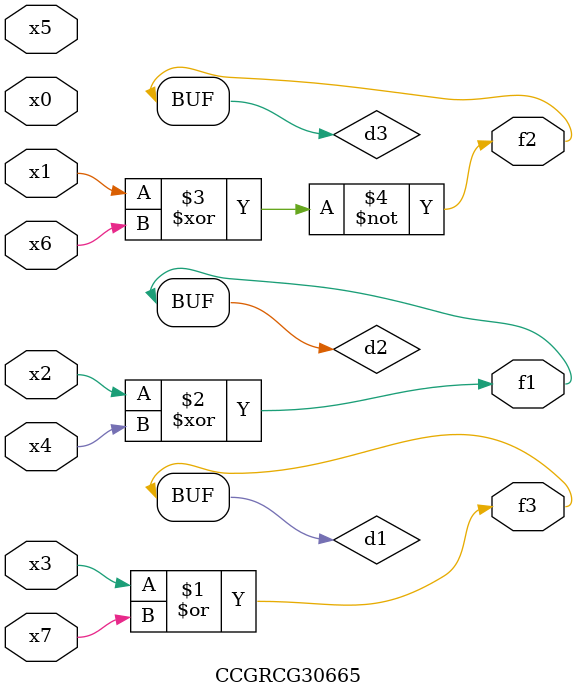
<source format=v>
module CCGRCG30665(
	input x0, x1, x2, x3, x4, x5, x6, x7,
	output f1, f2, f3
);

	wire d1, d2, d3;

	or (d1, x3, x7);
	xor (d2, x2, x4);
	xnor (d3, x1, x6);
	assign f1 = d2;
	assign f2 = d3;
	assign f3 = d1;
endmodule

</source>
